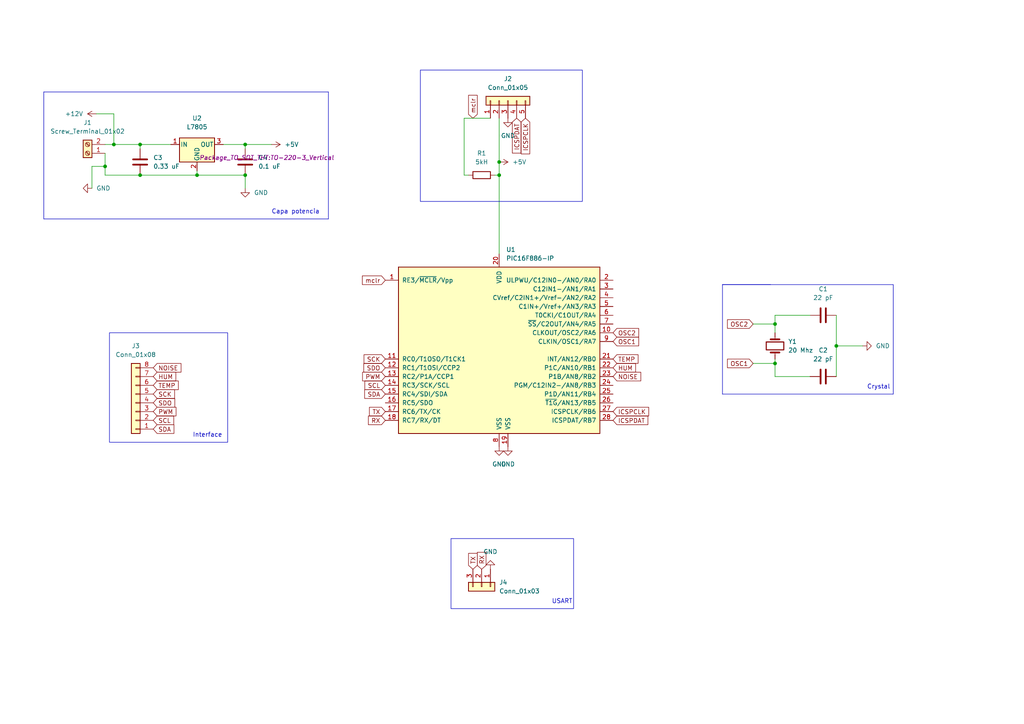
<source format=kicad_sch>
(kicad_sch (version 20230121) (generator eeschema)
  (paper "A4")
  (lib_symbols
    (symbol "Connector:Screw_Terminal_01x02" (pin_names (offset 1.016) hide)
      (property "Reference" "J" (at 0 2.54 0))
      (property "Value" "Screw_Terminal_01x02" (at 0 -5.08 0))
      (symbol "Screw_Terminal_01x02_1_1"
        (rectangle (start -1.27 1.27) (end 1.27 -3.81) (stroke (width 0.254)) (fill (type background)))
        (circle (center 0 -2.54) (radius 0.635) (stroke (width 0.1524)))
        (polyline (pts (xy -0.5334 -2.2098) (xy 0.3302 -3.048)) (stroke (width 0.1524)))
        (polyline (pts (xy -0.5334 0.3302) (xy 0.3302 -0.508)) (stroke (width 0.1524)))
        (polyline (pts (xy -0.3556 -2.032) (xy 0.508 -2.8702)) (stroke (width 0.1524)))
        (polyline (pts (xy -0.3556 0.508) (xy 0.508 -0.3302)) (stroke (width 0.1524)))
        (circle (center 0 0) (radius 0.635) (stroke (width 0.1524)))
        (pin passive line (at -5.08 0 0) (length 3.81) (name "Pin_1") (number "1"))
        (pin passive line (at -5.08 -2.54 0) (length 3.81) (name "Pin_2") (number "2"))
      )
    )
    (symbol "Connector_Generic:Conn_01x03" (pin_names (offset 1.016) hide)
      (property "Reference" "J" (at 0 5.08 0))
      (property "Value" "Conn_01x03" (at 0 -5.08 0))
      (symbol "Conn_01x03_1_1"
        (rectangle (start -1.27 -2.413) (end 0 -2.667) (stroke (width 0.1524)))
        (rectangle (start -1.27 0.127) (end 0 -0.127) (stroke (width 0.1524)))
        (rectangle (start -1.27 2.667) (end 0 2.413) (stroke (width 0.1524)))
        (rectangle (start -1.27 3.81) (end 1.27 -3.81) (stroke (width 0.254)) (fill (type background)))
        (pin passive line (at -5.08 2.54 0) (length 3.81) (name "Pin_1") (number "1"))
        (pin passive line (at -5.08 0 0) (length 3.81) (name "Pin_2") (number "2"))
        (pin passive line (at -5.08 -2.54 0) (length 3.81) (name "Pin_3") (number "3"))
      )
    )
    (symbol "Connector_Generic:Conn_01x05" (pin_names (offset 1.016) hide)
      (property "Reference" "J" (at 0 7.62 0))
      (property "Value" "Conn_01x05" (at 0 -7.62 0))
      (symbol "Conn_01x05_1_1"
        (rectangle (start -1.27 -4.953) (end 0 -5.207) (stroke (width 0.1524)))
        (rectangle (start -1.27 -2.413) (end 0 -2.667) (stroke (width 0.1524)))
        (rectangle (start -1.27 0.127) (end 0 -0.127) (stroke (width 0.1524)))
        (rectangle (start -1.27 2.667) (end 0 2.413) (stroke (width 0.1524)))
        (rectangle (start -1.27 5.207) (end 0 4.953) (stroke (width 0.1524)))
        (rectangle (start -1.27 6.35) (end 1.27 -6.35) (stroke (width 0.254)) (fill (type background)))
        (pin passive line (at -5.08 5.08 0) (length 3.81) (name "Pin_1") (number "1"))
        (pin passive line (at -5.08 2.54 0) (length 3.81) (name "Pin_2") (number "2"))
        (pin passive line (at -5.08 0 0) (length 3.81) (name "Pin_3") (number "3"))
        (pin passive line (at -5.08 -2.54 0) (length 3.81) (name "Pin_4") (number "4"))
        (pin passive line (at -5.08 -5.08 0) (length 3.81) (name "Pin_5") (number "5"))
      )
    )
    (symbol "Connector_Generic:Conn_01x08" (pin_names (offset 1.016) hide)
      (property "Reference" "J" (at 0 10.16 0))
      (property "Value" "Conn_01x08" (at 0 -12.7 0))
      (symbol "Conn_01x08_1_1"
        (rectangle (start -1.27 -10.033) (end 0 -10.287) (stroke (width 0.1524)))
        (rectangle (start -1.27 -7.493) (end 0 -7.747) (stroke (width 0.1524)))
        (rectangle (start -1.27 -4.953) (end 0 -5.207) (stroke (width 0.1524)))
        (rectangle (start -1.27 -2.413) (end 0 -2.667) (stroke (width 0.1524)))
        (rectangle (start -1.27 0.127) (end 0 -0.127) (stroke (width 0.1524)))
        (rectangle (start -1.27 2.667) (end 0 2.413) (stroke (width 0.1524)))
        (rectangle (start -1.27 5.207) (end 0 4.953) (stroke (width 0.1524)))
        (rectangle (start -1.27 7.747) (end 0 7.493) (stroke (width 0.1524)))
        (rectangle (start -1.27 8.89) (end 1.27 -11.43) (stroke (width 0.254)) (fill (type background)))
        (pin passive line (at -5.08 7.62 0) (length 3.81) (name "Pin_1") (number "1"))
        (pin passive line (at -5.08 5.08 0) (length 3.81) (name "Pin_2") (number "2"))
        (pin passive line (at -5.08 2.54 0) (length 3.81) (name "Pin_3") (number "3"))
        (pin passive line (at -5.08 0 0) (length 3.81) (name "Pin_4") (number "4"))
        (pin passive line (at -5.08 -2.54 0) (length 3.81) (name "Pin_5") (number "5"))
        (pin passive line (at -5.08 -5.08 0) (length 3.81) (name "Pin_6") (number "6"))
        (pin passive line (at -5.08 -7.62 0) (length 3.81) (name "Pin_7") (number "7"))
        (pin passive line (at -5.08 -10.16 0) (length 3.81) (name "Pin_8") (number "8"))
      )
    )
    (symbol "Device:C" (pin_numbers hide) (pin_names (offset 0.254))
      (property "Reference" "C" (at 0.635 2.54 0))
      (property "Value" "C" (at 0.635 -2.54 0))
      (symbol "C_0_1"
        (polyline (pts (xy -2.032 -0.762) (xy 2.032 -0.762)) (stroke (width 0.508)))
        (polyline (pts (xy -2.032 0.762) (xy 2.032 0.762)) (stroke (width 0.508)))
      )
      (symbol "C_1_1"
        (pin passive line (at 0 3.81 270) (length 2.794) (name "~") (number "1"))
        (pin passive line (at 0 -3.81 90) (length 2.794) (name "~") (number "2"))
      )
    )
    (symbol "Device:Crystal" (pin_numbers hide) (pin_names (offset 1.016) hide)
      (property "Reference" "Y" (at 0 3.81 0))
      (property "Value" "Crystal" (at 0 -3.81 0))
      (symbol "Crystal_0_1"
        (rectangle (start -1.143 2.54) (end 1.143 -2.54) (stroke (width 0.3048)))
        (polyline (pts (xy -2.54 0) (xy -1.905 0)))
        (polyline (pts (xy -1.905 -1.27) (xy -1.905 1.27)) (stroke (width 0.508)))
        (polyline (pts (xy 1.905 -1.27) (xy 1.905 1.27)) (stroke (width 0.508)))
        (polyline (pts (xy 2.54 0) (xy 1.905 0)))
      )
      (symbol "Crystal_1_1"
        (pin passive line (at -3.81 0 0) (length 1.27) (name "1") (number "1"))
        (pin passive line (at 3.81 0 180) (length 1.27) (name "2") (number "2"))
      )
    )
    (symbol "Device:R" (pin_numbers hide) (pin_names (offset 0))
      (property "Reference" "R" (at 2.032 0 90))
      (property "Value" "R" (at 0 0 90))
      (symbol "R_0_1"
        (rectangle (start -1.016 -2.54) (end 1.016 2.54) (stroke (width 0.254)))
      )
      (symbol "R_1_1"
        (pin passive line (at 0 3.81 270) (length 1.27) (name "~") (number "1"))
        (pin passive line (at 0 -3.81 90) (length 1.27) (name "~") (number "2"))
      )
    )
    (symbol "MCU_Microchip_PIC16:PIC16F886-IP" (pin_names (offset 1.016))
      (property "Reference" "U" (at 13.97 27.94 0))
      (property "Value" "PIC16F886-IP" (at 13.97 25.4 0))
      (symbol "PIC16F886-IP_0_1"
        (rectangle (start -29.21 24.13) (end 29.21 -24.13) (stroke (width 0.254)) (fill (type background)))
      )
      (symbol "PIC16F886-IP_1_1"
        (pin bidirectional line (at -33.02 20.32 0) (length 3.81) (name "RE3/~{MCLR}/Vpp") (number "1"))
        (pin bidirectional line (at 33.02 5.08 180) (length 3.81) (name "CLKOUT/OSC2/RA6") (number "10"))
        (pin bidirectional line (at -33.02 -2.54 0) (length 3.81) (name "RC0/T1OSO/T1CK1") (number "11"))
        (pin bidirectional line (at -33.02 -5.08 0) (length 3.81) (name "RC1/T1OSI/CCP2") (number "12"))
        (pin bidirectional line (at -33.02 -7.62 0) (length 3.81) (name "RC2/P1A/CCP1") (number "13"))
        (pin bidirectional line (at -33.02 -10.16 0) (length 3.81) (name "RC3/SCK/SCL") (number "14"))
        (pin bidirectional line (at -33.02 -12.7 0) (length 3.81) (name "RC4/SDI/SDA") (number "15"))
        (pin bidirectional line (at -33.02 -15.24 0) (length 3.81) (name "RC5/SDO") (number "16"))
        (pin bidirectional line (at -33.02 -17.78 0) (length 3.81) (name "RC6/TX/CK") (number "17"))
        (pin bidirectional line (at -33.02 -20.32 0) (length 3.81) (name "RC7/RX/DT") (number "18"))
        (pin power_in line (at 2.54 -27.94 90) (length 3.81) (name "VSS") (number "19"))
        (pin bidirectional line (at 33.02 20.32 180) (length 3.81) (name "ULPWU/C12IN0-/AN0/RA0") (number "2"))
        (pin power_in line (at 0 27.94 270) (length 3.81) (name "VDD") (number "20"))
        (pin bidirectional line (at 33.02 -2.54 180) (length 3.81) (name "INT/AN12/RB0") (number "21"))
        (pin bidirectional line (at 33.02 -5.08 180) (length 3.81) (name "P1C/AN10/RB1") (number "22"))
        (pin bidirectional line (at 33.02 -7.62 180) (length 3.81) (name "P1B/AN8/RB2") (number "23"))
        (pin bidirectional line (at 33.02 -10.16 180) (length 3.81) (name "PGM/C12IN2-/AN8/RB3") (number "24"))
        (pin bidirectional line (at 33.02 -12.7 180) (length 3.81) (name "P1D/AN11/RB4") (number "25"))
        (pin bidirectional line (at 33.02 -15.24 180) (length 3.81) (name "~{T1G}/AN13/RB5") (number "26"))
        (pin bidirectional line (at 33.02 -17.78 180) (length 3.81) (name "ICSPCLK/RB6") (number "27"))
        (pin bidirectional line (at 33.02 -20.32 180) (length 3.81) (name "ICSPDAT/RB7") (number "28"))
        (pin bidirectional line (at 33.02 17.78 180) (length 3.81) (name "C12IN1-/AN1/RA1") (number "3"))
        (pin bidirectional line (at 33.02 15.24 180) (length 3.81) (name "CVref/C2IN1+/Vref-/AN2/RA2") (number "4"))
        (pin bidirectional line (at 33.02 12.7 180) (length 3.81) (name "C1IN+/Vref+/AN3/RA3") (number "5"))
        (pin bidirectional line (at 33.02 10.16 180) (length 3.81) (name "T0CKI/C1OUT/RA4") (number "6"))
        (pin bidirectional line (at 33.02 7.62 180) (length 3.81) (name "~{SS}/C2OUT/AN4/RA5") (number "7"))
        (pin power_in line (at 0 -27.94 90) (length 3.81) (name "VSS") (number "8"))
        (pin input line (at 33.02 2.54 180) (length 3.81) (name "CLKIN/OSC1/RA7") (number "9"))
      )
    )
    (symbol "Regulator_Linear:L7805" (pin_names (offset 0.254))
      (property "Reference" "U" (at -3.81 3.175 0))
      (property "Value" "L7805" (at 0 3.175 0))
      (symbol "L7805_0_1"
        (rectangle (start -5.08 1.905) (end 5.08 -5.08) (stroke (width 0.254)) (fill (type background)))
      )
      (symbol "L7805_1_1"
        (pin power_in line (at -7.62 0 0) (length 2.54) (name "IN") (number "1"))
        (pin power_in line (at 0 -7.62 90) (length 2.54) (name "GND") (number "2"))
        (pin power_out line (at 7.62 0 180) (length 2.54) (name "OUT") (number "3"))
      )
    )
    (symbol "power:+12V" (power) (pin_names (offset 0))
      (property "Value" "+12V" (at 0 3.556 0))
      (symbol "+12V_0_1"
        (polyline (pts (xy -0.762 1.27) (xy 0 2.54)))
        (polyline (pts (xy 0 0) (xy 0 2.54)))
        (polyline (pts (xy 0 2.54) (xy 0.762 1.27)))
      )
      (symbol "+12V_1_1"
        (pin power_in line (at 0 0 90) (length 0) hide (name "+12V") (number "1"))
      )
    )
    (symbol "power:+5V" (power) (pin_names (offset 0))
      (property "Value" "+5V" (at 0 3.556 0))
      (symbol "+5V_0_1"
        (polyline (pts (xy -0.762 1.27) (xy 0 2.54)))
        (polyline (pts (xy 0 0) (xy 0 2.54)))
        (polyline (pts (xy 0 2.54) (xy 0.762 1.27)))
      )
      (symbol "+5V_1_1"
        (pin power_in line (at 0 0 90) (length 0) hide (name "+5V") (number "1"))
      )
    )
    (symbol "power:GND" (power) (pin_names (offset 0))
      (property "Value" "GND" (at 0 -3.81 0))
      (symbol "GND_0_1"
        (polyline (pts (xy 0 0) (xy 0 -1.27) (xy 1.27 -1.27) (xy 0 -2.54) (xy -1.27 -1.27) (xy 0 -1.27)))
      )
      (symbol "GND_1_1"
        (pin power_in line (at 0 0 270) (length 0) hide (name "GND") (number "1"))
      )
    )
  )
  (junction (at 57.15 50.8))
  (junction (at 224.79 93.98))
  (junction (at 144.78 46.99))
  (junction (at 71.12 50.8))
  (junction (at 30.48 48.26))
  (junction (at 224.79 105.41))
  (junction (at 71.12 41.91))
  (junction (at 242.57 100.33))
  (junction (at 33.02 41.91))
  (junction (at 40.64 41.91))
  (junction (at 144.78 50.8))
  (junction (at 40.64 50.8))
  (wire (pts (xy 40.64 41.91) (xy 40.64 43.18)))
  (wire (pts (xy 242.57 100.33) (xy 250.19 100.33)))
  (wire (pts (xy 57.15 50.8) (xy 71.12 50.8)))
  (wire (pts (xy 26.67 54.61) (xy 26.67 48.26)))
  (wire (pts (xy 134.62 34.29) (xy 134.62 50.8)))
  (wire (pts (xy 40.64 41.91) (xy 49.53 41.91)))
  (wire (pts (xy 71.12 50.8) (xy 71.12 54.61)))
  (wire (pts (xy 242.57 91.44) (xy 242.57 100.33)))
  (polyline (pts (xy 12.7 63.5) (xy 95.25 63.5)))
  (wire (pts (xy 27.94 33.02) (xy 33.02 33.02)))
  (wire (pts (xy 57.15 49.53) (xy 57.15 50.8)))
  (wire (pts (xy 143.51 50.8) (xy 144.78 50.8)))
  (polyline (pts (xy 209.55 82.55) (xy 259.08 82.55)))
  (polyline (pts (xy 12.7 26.67) (xy 12.7 63.5)))
  (wire (pts (xy 224.79 91.44) (xy 224.79 93.98)))
  (wire (pts (xy 224.79 93.98) (xy 224.79 96.52)))
  (wire (pts (xy 71.12 41.91) (xy 78.74 41.91)))
  (wire (pts (xy 144.78 46.99) (xy 144.78 50.8)))
  (wire (pts (xy 26.67 48.26) (xy 30.48 48.26)))
  (polyline (pts (xy 209.55 114.3) (xy 209.55 82.55)))
  (wire (pts (xy 71.12 43.18) (xy 71.12 41.91)))
  (polyline (pts (xy 209.55 82.55) (xy 223.52 82.55)))
  (wire (pts (xy 33.02 41.91) (xy 40.64 41.91)))
  (wire (pts (xy 218.44 93.98) (xy 224.79 93.98)))
  (wire (pts (xy 33.02 33.02) (xy 33.02 41.91)))
  (wire (pts (xy 134.62 50.8) (xy 135.89 50.8)))
  (wire (pts (xy 30.48 41.91) (xy 33.02 41.91)))
  (wire (pts (xy 64.77 41.91) (xy 71.12 41.91)))
  (wire (pts (xy 242.57 100.33) (xy 242.57 109.22)))
  (wire (pts (xy 144.78 50.8) (xy 144.78 73.66)))
  (wire (pts (xy 144.78 34.29) (xy 144.78 46.99)))
  (wire (pts (xy 224.79 105.41) (xy 224.79 109.22)))
  (polyline (pts (xy 259.08 82.55) (xy 259.08 114.3)))
  (wire (pts (xy 234.95 91.44) (xy 224.79 91.44)))
  (polyline (pts (xy 12.7 26.67) (xy 95.25 26.67)))
  (wire (pts (xy 30.48 48.26) (xy 30.48 50.8)))
  (wire (pts (xy 40.64 50.8) (xy 57.15 50.8)))
  (polyline (pts (xy 259.08 114.3) (xy 209.55 114.3)))
  (wire (pts (xy 30.48 44.45) (xy 30.48 48.26)))
  (wire (pts (xy 224.79 104.14) (xy 224.79 105.41)))
  (wire (pts (xy 134.62 34.29) (xy 142.24 34.29)))
  (wire (pts (xy 30.48 50.8) (xy 40.64 50.8)))
  (wire (pts (xy 234.95 109.22) (xy 224.79 109.22)))
  (polyline (pts (xy 95.25 63.5) (xy 95.25 26.67)))
  (wire (pts (xy 218.44 105.41) (xy 224.79 105.41)))
  (rectangle (start 31.75 96.52) (end 66.04 128.27))
  (rectangle (start 121.92 20.32) (end 168.91 58.42))
  (rectangle (start 130.81 156.21) (end 166.37 176.53))
  (text "Capa potencia" (at 78.74 62.23 0) (effects (font (size 1.27 1.27)) (justify left bottom)))
  (text "Interface" (at 55.88 127 0) (effects (font (size 1.27 1.27)) (justify left bottom)))
  (text "Crystal" (at 251.46 113.03 0) (effects (font (size 1.27 1.27)) (justify left bottom)))
  (text "USART" (at 160.02 175.26 0) (effects (font (size 1.27 1.27)) (justify left bottom)))
  (global_label "ICSPDAT" (shape input) (at 149.86 34.29 270) (property "Intersheetrefs" "${INTERSHEET_REFS}" (effects hide)) (property "Referencias entre hojas" "${INTERSHEET_REFS}" (effects hide)))
  (global_label "SDO" (shape input) (at 44.45 116.84 0) (property "Intersheetrefs" "${INTERSHEET_REFS}" (effects hide)))
  (global_label "ICSPCLK" (shape input) (at 152.4 34.29 270) (property "Intersheetrefs" "${INTERSHEET_REFS}" (effects hide)) (property "Referencias entre hojas" "${INTERSHEET_REFS}" (effects hide)))
  (global_label "SDA" (shape input) (at 44.45 124.46 0) (property "Intersheetrefs" "${INTERSHEET_REFS}" (effects hide)))
  (global_label "HUM" (shape input) (at 177.8 106.68 0) (property "Intersheetrefs" "${INTERSHEET_REFS}" (effects hide)))
  (global_label "TEMP" (shape input) (at 177.8 104.14 0) (property "Intersheetrefs" "${INTERSHEET_REFS}" (effects hide)))
  (global_label "PWM" (shape input) (at 44.45 119.38 0) (property "Intersheetrefs" "${INTERSHEET_REFS}" (effects hide)))
  (global_label "SDO" (shape input) (at 111.76 106.68 180) (property "Intersheetrefs" "${INTERSHEET_REFS}" (effects hide)))
  (global_label "ICSPDAT" (shape input) (at 177.8 121.92 0) (property "Intersheetrefs" "${INTERSHEET_REFS}" (effects hide)) (property "Referencias entre hojas" "${INTERSHEET_REFS}" (effects hide)))
  (global_label "mclr" (shape input) (at 137.16 34.29 90) (property "Intersheetrefs" "${INTERSHEET_REFS}" (effects hide)) (property "Referencias entre hojas" "${INTERSHEET_REFS}" (effects hide)))
  (global_label "TX" (shape input) (at 111.76 119.38 180) (property "Intersheetrefs" "${INTERSHEET_REFS}" (effects hide)))
  (global_label "TEMP" (shape input) (at 44.45 111.76 0) (property "Intersheetrefs" "${INTERSHEET_REFS}" (effects hide)))
  (global_label "HUM" (shape input) (at 44.45 109.22 0) (property "Intersheetrefs" "${INTERSHEET_REFS}" (effects hide)))
  (global_label "OSC2" (shape input) (at 177.8 96.52 0) (property "Intersheetrefs" "${INTERSHEET_REFS}" (effects hide)))
  (global_label "SCK" (shape input) (at 111.76 104.14 180) (property "Intersheetrefs" "${INTERSHEET_REFS}" (effects hide)))
  (global_label "NOISE" (shape input) (at 44.45 106.68 0) (property "Intersheetrefs" "${INTERSHEET_REFS}" (effects hide)))
  (global_label "SCL" (shape input) (at 44.45 121.92 0) (property "Intersheetrefs" "${INTERSHEET_REFS}" (effects hide)))
  (global_label "OSC2" (shape input) (at 218.44 93.98 180) (property "Intersheetrefs" "${INTERSHEET_REFS}" (effects hide)))
  (global_label "PWM" (shape input) (at 111.76 109.22 180) (property "Intersheetrefs" "${INTERSHEET_REFS}" (effects hide)))
  (global_label "RX" (shape input) (at 139.7 165.1 90) (property "Intersheetrefs" "${INTERSHEET_REFS}" (effects hide)))
  (global_label "SDA" (shape input) (at 111.76 114.3 180) (property "Intersheetrefs" "${INTERSHEET_REFS}" (effects hide)))
  (global_label "ICSPCLK" (shape input) (at 177.8 119.38 0) (property "Intersheetrefs" "${INTERSHEET_REFS}" (effects hide)) (property "Referencias entre hojas" "${INTERSHEET_REFS}" (effects hide)))
  (global_label "OSC1" (shape input) (at 177.8 99.06 0) (property "Intersheetrefs" "${INTERSHEET_REFS}" (effects hide)))
  (global_label "SCL" (shape input) (at 111.76 111.76 180) (property "Intersheetrefs" "${INTERSHEET_REFS}" (effects hide)))
  (global_label "OSC1" (shape input) (at 218.44 105.41 180) (property "Intersheetrefs" "${INTERSHEET_REFS}" (effects hide)))
  (global_label "NOISE" (shape input) (at 177.8 109.22 0) (property "Intersheetrefs" "${INTERSHEET_REFS}" (effects hide)))
  (global_label "TX" (shape input) (at 137.16 165.1 90) (property "Intersheetrefs" "${INTERSHEET_REFS}" (effects hide)))
  (global_label "RX" (shape input) (at 111.76 121.92 180) (property "Intersheetrefs" "${INTERSHEET_REFS}" (effects hide)))
  (global_label "mclr" (shape input) (at 111.76 81.28 180) (property "Intersheetrefs" "${INTERSHEET_REFS}" (effects hide)) (property "Referencias entre hojas" "${INTERSHEET_REFS}" (effects hide)))
  (global_label "SCK" (shape input) (at 44.45 114.3 0) (property "Intersheetrefs" "${INTERSHEET_REFS}" (effects hide)))
  (symbol (lib_id "Device:C") (at 238.76 109.22 270) (unit 1)
    (property "Reference" "C2" (at 238.76 101.6 90))
    (property "Value" "22 pF" (at 238.76 104.14 90))
    (property "Footprint" "Capacitor_THT:C_Disc_D3.8mm_W2.6mm_P2.50mm" (effects hide))
  )
  (symbol (lib_id "power:GND") (at 26.67 54.61 270) (unit 1)
    (property "Reference" "#PWR0106" (effects hide))
    (property "Value" "GND" (at 27.94 54.6099 90) (effects (justify left)))
  )
  (symbol (lib_id "power:+12V") (at 27.94 33.02 90) (unit 1)
    (property "Reference" "#PWR0105" (effects hide))
    (property "Value" "+12V" (at 24.13 33.0199 90) (effects (justify left)))
  )
  (symbol (lib_id "Connector_Generic:Conn_01x08") (at 39.37 116.84 180) (unit 1)
    (property "Reference" "J3" (at 39.37 100.33 0))
    (property "Value" "Conn_01x08" (at 39.37 102.87 0))
    (property "Footprint" "Connector_PinSocket_2.54mm:PinSocket_1x08_P2.54mm_Vertical" (effects hide))
  )
  (symbol (lib_id "Device:C") (at 40.64 46.99 0) (unit 1)
    (property "Reference" "C3" (at 44.45 45.7199 0) (effects (justify left)))
    (property "Value" "0.33 uF" (at 44.45 48.2599 0) (effects (justify left)))
    (property "Footprint" "Capacitor_THT:CP_Radial_D5.0mm_P2.50mm" (effects hide))
  )
  (symbol (lib_id "Regulator_Linear:L7805") (at 57.15 41.91 0) (unit 1)
    (property "Reference" "U2" (at 57.15 34.29 0))
    (property "Value" "L7805" (at 57.15 36.83 0))
    (property "Footprint" "Package_TO_SOT_THT:TO-220-3_Vertical" (at 57.785 45.72 0) (effects (font italic) (justify left)))
    (property "Datasheet" "http://www.st.com/content/ccc/resource/technical/document/datasheet/41/4f/b3/b0/12/d4/47/88/CD00000444.pdf/files/CD00000444.pdf/jcr:content/translations/en.CD00000444.pdf" (effects hide))
  )
  (symbol (lib_id "Device:C") (at 71.12 46.99 0) (unit 1)
    (property "Reference" "C4" (at 74.93 45.7199 0) (effects (justify left)))
    (property "Value" "0.1 uF" (at 74.93 48.2599 0) (effects (justify left)))
    (property "Footprint" "Capacitor_THT:CP_Radial_D5.0mm_P2.50mm" (effects hide))
  )
  (symbol (lib_id "power:GND") (at 250.19 100.33 90) (unit 1)
    (property "Reference" "#PWR0107" (effects hide))
    (property "Value" "GND" (at 254 100.3299 90) (effects (justify right)))
  )
  (symbol (lib_id "Connector_Generic:Conn_01x03") (at 139.7 170.18 270) (unit 1)
    (property "Reference" "J4" (at 144.78 168.9099 90) (effects (justify left)))
    (property "Value" "Conn_01x03" (at 144.78 171.4499 90) (effects (justify left)))
    (property "Footprint" "Connector_PinSocket_2.54mm:PinSocket_1x03_P2.54mm_Vertical" (effects hide))
  )
  (symbol (lib_id "MCU_Microchip_PIC16:PIC16F886-IP") (at 144.78 101.6 0) (unit 1)
    (property "Reference" "U1" (at 146.7994 72.39 0) (effects (justify left)))
    (property "Value" "PIC16F886-IP" (at 146.7994 74.93 0) (effects (justify left)))
    (property "Footprint" "Package_DIP:DIP-28_W7.62mm" (effects hide))
    (property "Datasheet" "http://ww1.microchip.com/downloads/en/DeviceDoc/41291D.pdf" (effects hide))
  )
  (symbol (lib_id "power:+5V") (at 78.74 41.91 270) (unit 1)
    (property "Reference" "#PWR0103" (effects hide))
    (property "Value" "+5V" (at 82.55 41.9099 90) (effects (justify left)))
  )
  (symbol (lib_id "power:GND") (at 147.32 34.29 0) (unit 1)
    (property "Reference" "#PWR03" (effects hide))
    (property "Value" "GND" (at 147.32 39.37 0))
  )
  (symbol (lib_id "power:GND") (at 144.78 129.54 0) (unit 1)
    (property "Reference" "#PWR0101" (effects hide))
    (property "Value" "GND" (at 144.78 134.62 0))
  )
  (symbol (lib_id "power:GND") (at 71.12 54.61 0) (unit 1)
    (property "Reference" "#PWR0104" (effects hide))
    (property "Value" "GND" (at 73.66 55.8799 0) (effects (justify left)))
  )
  (symbol (lib_id "power:GND") (at 147.32 129.54 0) (unit 1)
    (property "Reference" "#PWR01" (effects hide))
    (property "Value" "GND" (at 147.32 134.62 0))
  )
  (symbol (lib_id "Device:C") (at 238.76 91.44 270) (unit 1)
    (property "Reference" "C1" (at 238.76 83.82 90))
    (property "Value" "22 pF" (at 238.76 86.36 90))
    (property "Footprint" "Capacitor_THT:C_Disc_D3.8mm_W2.6mm_P2.50mm" (effects hide))
  )
  (symbol (lib_id "Connector_Generic:Conn_01x05") (at 147.32 29.21 90) (unit 1)
    (property "Reference" "J2" (at 147.32 22.86 90))
    (property "Value" "Conn_01x05" (at 147.32 25.4 90))
    (property "Footprint" "Connector_PinSocket_2.54mm:PinSocket_1x05_P2.54mm_Vertical" (effects hide))
  )
  (symbol (lib_id "power:+5V") (at 144.78 46.99 270) (unit 1)
    (property "Reference" "#PWR0102" (effects hide))
    (property "Value" "+5V" (at 148.59 46.9899 90) (effects (justify left)))
  )
  (symbol (lib_id "Device:Crystal") (at 224.79 100.33 90) (unit 1)
    (property "Reference" "Y1" (at 228.6 99.0599 90) (effects (justify right)))
    (property "Value" "20 Mhz" (at 228.6 101.5999 90) (effects (justify right)))
    (property "Footprint" "Crystal:Crystal_HC18-U_Vertical" (effects hide))
  )
  (symbol (lib_id "power:GND") (at 142.24 165.1 180) (unit 1)
    (property "Reference" "#PWR02" (effects hide))
    (property "Value" "GND" (at 142.24 160.02 0))
  )
  (symbol (lib_id "Device:R") (at 139.7 50.8 90) (unit 1)
    (property "Reference" "R1" (at 139.7 44.45 90))
    (property "Value" "5kH" (at 139.7 46.99 90))
    (property "Footprint" "Resistor_THT:R_Axial_DIN0204_L3.6mm_D1.6mm_P5.08mm_Horizontal" (effects hide))
  )
  (symbol (lib_id "Connector:Screw_Terminal_01x02") (at 25.4 44.45 180) (unit 1)
    (property "Reference" "J1" (at 25.4 35.56 0))
    (property "Value" "Screw_Terminal_01x02" (at 25.4 38.1 0))
    (property "Footprint" "TerminalBlock_Phoenix:TerminalBlock_Phoenix_MKDS-1,5-2-5.08_1x02_P5.08mm_Horizontal" (effects hide))
  )
)
</source>
